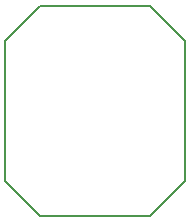
<source format=gko>
G04 DipTrace 2.4.0.2*
%INdigipot.gko*%
%MOMM*%
%ADD11C,0.14*%
%FSLAX53Y53*%
G04*
G71*
G90*
G75*
G01*
%LNBoardOutline*%
%LPD*%
X12967Y10008D2*
D11*
X10008Y12967D1*
Y24829D1*
X12967Y27788D1*
X22289D1*
X25248Y24829D1*
Y12967D1*
X22289Y10008D1*
X12967D1*
M02*

</source>
